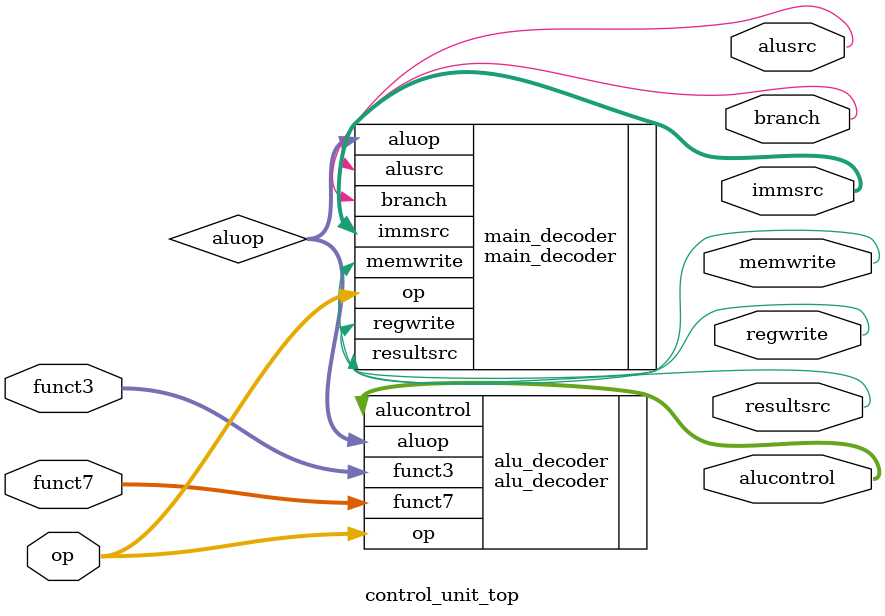
<source format=v>
    `include "alu_decoder.v"
    `include "main_decoder.v"

module control_unit_top(op,regwrite,immsrc,alusrc,memwrite,resultsrc,branch,funct3,funct7,alucontrol);


    input [6:0]op,funct7;
    input [2:0]funct3;
    output regwrite,alusrc,memwrite,resultsrc,branch;
    output [1:0]immsrc;
    output [2:0]alucontrol;

    wire [1:0]aluop;

    main_decoder main_decoder(
                .op(op),
                .regwrite(regwrite),
                .immsrc(immsrc),
                .memwrite(memwrite),
                .resultsrc(resultsrc),
                .branch(branch),
                .alusrc(alusrc),
                .aluop(aluop)
    );

    alu_decoder alu_decoder(
                            .aluop(aluop),
                            .funct3(funct3),
                            .funct7(funct7),
                            .op(op),
                            .alucontrol(alucontrol)
    );


endmodule
</source>
